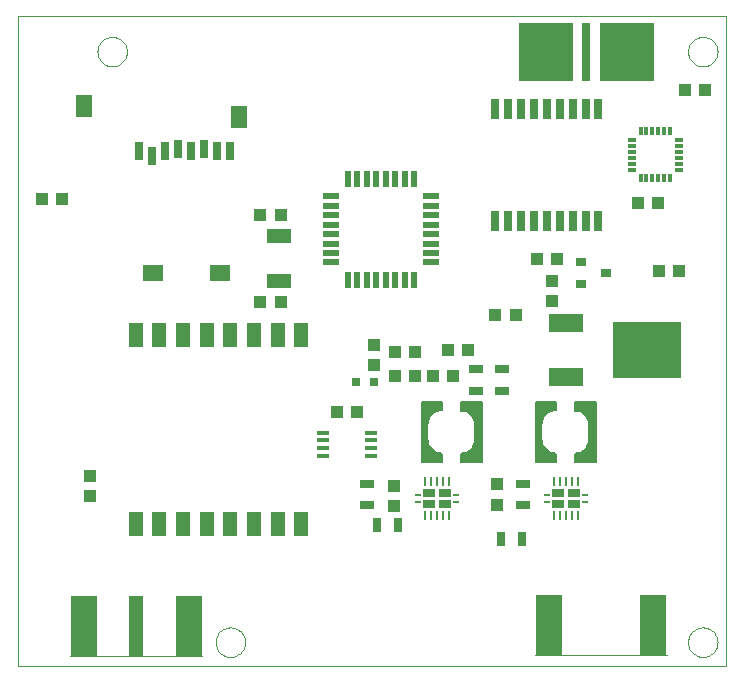
<source format=gbp>
G75*
%MOIN*%
%OFA0B0*%
%FSLAX24Y24*%
%IPPOS*%
%LPD*%
%AMOC8*
5,1,8,0,0,1.08239X$1,22.5*
%
%ADD10C,0.0000*%
%ADD11R,0.0315X0.0709*%
%ADD12R,0.0276X0.0709*%
%ADD13R,0.0580X0.0200*%
%ADD14R,0.0200X0.0580*%
%ADD15R,0.0433X0.0394*%
%ADD16R,0.0354X0.0315*%
%ADD17R,0.0394X0.0433*%
%ADD18R,0.0315X0.0315*%
%ADD19C,0.0091*%
%ADD20R,0.0226X0.0098*%
%ADD21R,0.0404X0.0256*%
%ADD22R,0.0091X0.0270*%
%ADD23R,0.0472X0.0315*%
%ADD24R,0.0315X0.0472*%
%ADD25R,0.0512X0.0787*%
%ADD26R,0.0450X0.2000*%
%ADD27R,0.0900X0.2000*%
%ADD28R,0.0394X0.0177*%
%ADD29R,0.0709X0.0551*%
%ADD30R,0.0551X0.0748*%
%ADD31R,0.0315X0.0591*%
%ADD32R,0.0787X0.0512*%
%ADD33C,0.0050*%
%ADD34R,0.0250X0.0500*%
%ADD35R,0.0315X0.1969*%
%ADD36R,0.1831X0.1969*%
%ADD37R,0.0315X0.0118*%
%ADD38R,0.0118X0.0315*%
%ADD39R,0.1181X0.0630*%
%ADD40R,0.2250X0.1900*%
D10*
X000180Y000185D02*
X000180Y021839D01*
X023802Y021839D01*
X023802Y000185D01*
X000180Y000185D01*
X001937Y000500D02*
X006337Y000500D01*
X006775Y000972D02*
X006777Y001016D01*
X006783Y001060D01*
X006793Y001103D01*
X006806Y001145D01*
X006824Y001185D01*
X006845Y001224D01*
X006869Y001261D01*
X006896Y001296D01*
X006927Y001328D01*
X006960Y001357D01*
X006996Y001383D01*
X007034Y001405D01*
X007074Y001424D01*
X007115Y001440D01*
X007158Y001452D01*
X007201Y001460D01*
X007245Y001464D01*
X007289Y001464D01*
X007333Y001460D01*
X007376Y001452D01*
X007419Y001440D01*
X007460Y001424D01*
X007500Y001405D01*
X007538Y001383D01*
X007574Y001357D01*
X007607Y001328D01*
X007638Y001296D01*
X007665Y001261D01*
X007689Y001224D01*
X007710Y001185D01*
X007728Y001145D01*
X007741Y001103D01*
X007751Y001060D01*
X007757Y001016D01*
X007759Y000972D01*
X007757Y000928D01*
X007751Y000884D01*
X007741Y000841D01*
X007728Y000799D01*
X007710Y000759D01*
X007689Y000720D01*
X007665Y000683D01*
X007638Y000648D01*
X007607Y000616D01*
X007574Y000587D01*
X007538Y000561D01*
X007500Y000539D01*
X007460Y000520D01*
X007419Y000504D01*
X007376Y000492D01*
X007333Y000484D01*
X007289Y000480D01*
X007245Y000480D01*
X007201Y000484D01*
X007158Y000492D01*
X007115Y000504D01*
X007074Y000520D01*
X007034Y000539D01*
X006996Y000561D01*
X006960Y000587D01*
X006927Y000616D01*
X006896Y000648D01*
X006869Y000683D01*
X006845Y000720D01*
X006824Y000759D01*
X006806Y000799D01*
X006793Y000841D01*
X006783Y000884D01*
X006777Y000928D01*
X006775Y000972D01*
X017429Y000539D02*
X021829Y000539D01*
X022523Y000972D02*
X022525Y001016D01*
X022531Y001060D01*
X022541Y001103D01*
X022554Y001145D01*
X022572Y001185D01*
X022593Y001224D01*
X022617Y001261D01*
X022644Y001296D01*
X022675Y001328D01*
X022708Y001357D01*
X022744Y001383D01*
X022782Y001405D01*
X022822Y001424D01*
X022863Y001440D01*
X022906Y001452D01*
X022949Y001460D01*
X022993Y001464D01*
X023037Y001464D01*
X023081Y001460D01*
X023124Y001452D01*
X023167Y001440D01*
X023208Y001424D01*
X023248Y001405D01*
X023286Y001383D01*
X023322Y001357D01*
X023355Y001328D01*
X023386Y001296D01*
X023413Y001261D01*
X023437Y001224D01*
X023458Y001185D01*
X023476Y001145D01*
X023489Y001103D01*
X023499Y001060D01*
X023505Y001016D01*
X023507Y000972D01*
X023505Y000928D01*
X023499Y000884D01*
X023489Y000841D01*
X023476Y000799D01*
X023458Y000759D01*
X023437Y000720D01*
X023413Y000683D01*
X023386Y000648D01*
X023355Y000616D01*
X023322Y000587D01*
X023286Y000561D01*
X023248Y000539D01*
X023208Y000520D01*
X023167Y000504D01*
X023124Y000492D01*
X023081Y000484D01*
X023037Y000480D01*
X022993Y000480D01*
X022949Y000484D01*
X022906Y000492D01*
X022863Y000504D01*
X022822Y000520D01*
X022782Y000539D01*
X022744Y000561D01*
X022708Y000587D01*
X022675Y000616D01*
X022644Y000648D01*
X022617Y000683D01*
X022593Y000720D01*
X022572Y000759D01*
X022554Y000799D01*
X022541Y000841D01*
X022531Y000884D01*
X022525Y000928D01*
X022523Y000972D01*
X022523Y020657D02*
X022525Y020701D01*
X022531Y020745D01*
X022541Y020788D01*
X022554Y020830D01*
X022572Y020870D01*
X022593Y020909D01*
X022617Y020946D01*
X022644Y020981D01*
X022675Y021013D01*
X022708Y021042D01*
X022744Y021068D01*
X022782Y021090D01*
X022822Y021109D01*
X022863Y021125D01*
X022906Y021137D01*
X022949Y021145D01*
X022993Y021149D01*
X023037Y021149D01*
X023081Y021145D01*
X023124Y021137D01*
X023167Y021125D01*
X023208Y021109D01*
X023248Y021090D01*
X023286Y021068D01*
X023322Y021042D01*
X023355Y021013D01*
X023386Y020981D01*
X023413Y020946D01*
X023437Y020909D01*
X023458Y020870D01*
X023476Y020830D01*
X023489Y020788D01*
X023499Y020745D01*
X023505Y020701D01*
X023507Y020657D01*
X023505Y020613D01*
X023499Y020569D01*
X023489Y020526D01*
X023476Y020484D01*
X023458Y020444D01*
X023437Y020405D01*
X023413Y020368D01*
X023386Y020333D01*
X023355Y020301D01*
X023322Y020272D01*
X023286Y020246D01*
X023248Y020224D01*
X023208Y020205D01*
X023167Y020189D01*
X023124Y020177D01*
X023081Y020169D01*
X023037Y020165D01*
X022993Y020165D01*
X022949Y020169D01*
X022906Y020177D01*
X022863Y020189D01*
X022822Y020205D01*
X022782Y020224D01*
X022744Y020246D01*
X022708Y020272D01*
X022675Y020301D01*
X022644Y020333D01*
X022617Y020368D01*
X022593Y020405D01*
X022572Y020444D01*
X022554Y020484D01*
X022541Y020526D01*
X022531Y020569D01*
X022525Y020613D01*
X022523Y020657D01*
X002838Y020657D02*
X002840Y020701D01*
X002846Y020745D01*
X002856Y020788D01*
X002869Y020830D01*
X002887Y020870D01*
X002908Y020909D01*
X002932Y020946D01*
X002959Y020981D01*
X002990Y021013D01*
X003023Y021042D01*
X003059Y021068D01*
X003097Y021090D01*
X003137Y021109D01*
X003178Y021125D01*
X003221Y021137D01*
X003264Y021145D01*
X003308Y021149D01*
X003352Y021149D01*
X003396Y021145D01*
X003439Y021137D01*
X003482Y021125D01*
X003523Y021109D01*
X003563Y021090D01*
X003601Y021068D01*
X003637Y021042D01*
X003670Y021013D01*
X003701Y020981D01*
X003728Y020946D01*
X003752Y020909D01*
X003773Y020870D01*
X003791Y020830D01*
X003804Y020788D01*
X003814Y020745D01*
X003820Y020701D01*
X003822Y020657D01*
X003820Y020613D01*
X003814Y020569D01*
X003804Y020526D01*
X003791Y020484D01*
X003773Y020444D01*
X003752Y020405D01*
X003728Y020368D01*
X003701Y020333D01*
X003670Y020301D01*
X003637Y020272D01*
X003601Y020246D01*
X003563Y020224D01*
X003523Y020205D01*
X003482Y020189D01*
X003439Y020177D01*
X003396Y020169D01*
X003352Y020165D01*
X003308Y020165D01*
X003264Y020169D01*
X003221Y020177D01*
X003178Y020189D01*
X003137Y020205D01*
X003097Y020224D01*
X003059Y020246D01*
X003023Y020272D01*
X002990Y020301D01*
X002959Y020333D01*
X002932Y020368D01*
X002908Y020405D01*
X002887Y020444D01*
X002869Y020484D01*
X002856Y020526D01*
X002846Y020569D01*
X002840Y020613D01*
X002838Y020657D01*
D11*
X016512Y018748D03*
X016945Y018748D03*
X017378Y018748D03*
X017811Y018748D03*
X018245Y018748D03*
X018678Y018748D03*
X019111Y018748D03*
X019111Y015008D03*
X018678Y015008D03*
X018245Y015008D03*
X017811Y015008D03*
X017378Y015008D03*
X016945Y015008D03*
X016512Y015008D03*
D12*
X016099Y015008D03*
X019524Y015008D03*
X019524Y018748D03*
X016099Y018748D03*
D13*
X013960Y015828D03*
X013960Y015518D03*
X013960Y015198D03*
X013960Y014888D03*
X013960Y014568D03*
X013960Y014258D03*
X013960Y013938D03*
X013960Y013628D03*
X010620Y013628D03*
X010620Y013938D03*
X010620Y014258D03*
X010620Y014568D03*
X010620Y014888D03*
X010620Y015198D03*
X010620Y015518D03*
X010620Y015828D03*
D14*
X011190Y016398D03*
X011500Y016398D03*
X011820Y016398D03*
X012130Y016398D03*
X012450Y016398D03*
X012760Y016398D03*
X013080Y016398D03*
X013390Y016398D03*
X013390Y013058D03*
X013080Y013058D03*
X012760Y013058D03*
X012450Y013058D03*
X012130Y013058D03*
X011820Y013058D03*
X011500Y013058D03*
X011190Y013058D03*
D15*
X008940Y012311D03*
X008271Y012311D03*
X008271Y015224D03*
X008940Y015224D03*
X012759Y010657D03*
X013428Y010657D03*
X013428Y009831D03*
X012759Y009831D03*
X014019Y009831D03*
X014688Y009831D03*
X014530Y010697D03*
X015200Y010697D03*
X016105Y011878D03*
X016774Y011878D03*
X017483Y013728D03*
X018152Y013728D03*
X020843Y015618D03*
X021513Y015618D03*
X021550Y013350D03*
X022219Y013350D03*
X022435Y019379D03*
X023104Y019379D03*
X011495Y008630D03*
X010826Y008630D03*
X001656Y015736D03*
X000987Y015736D03*
D16*
X018960Y013650D03*
X018960Y012902D03*
X019786Y013276D03*
D17*
X017975Y013020D03*
X017975Y012350D03*
X012070Y010874D03*
X012070Y010205D03*
X012719Y006189D03*
X012719Y005520D03*
X016145Y005559D03*
X016145Y006228D03*
X002582Y006504D03*
X002582Y005835D03*
D18*
X011460Y009634D03*
X012050Y009634D03*
D19*
X013759Y006219D03*
X013956Y006219D03*
X014152Y006219D03*
X014349Y006219D03*
X014546Y006219D03*
X014546Y005301D03*
X014349Y005301D03*
X014152Y005301D03*
X013956Y005301D03*
X013759Y005301D03*
X018058Y005301D03*
X018255Y005301D03*
X018452Y005301D03*
X018649Y005301D03*
X018845Y005301D03*
X018845Y006219D03*
X018649Y006219D03*
X018452Y006219D03*
X018255Y006219D03*
X018058Y006219D03*
D20*
X017817Y005868D03*
X017817Y005652D03*
X019086Y005652D03*
X019086Y005868D03*
X014787Y005868D03*
X014787Y005652D03*
X013518Y005652D03*
X013518Y005868D03*
D21*
X013892Y005947D03*
X013892Y005573D03*
X014413Y005573D03*
X014413Y005947D03*
X018191Y005947D03*
X018191Y005573D03*
X018712Y005573D03*
X018712Y005947D03*
D22*
X018649Y006353D03*
X018845Y006353D03*
X018452Y006353D03*
X018255Y006353D03*
X018058Y006353D03*
X018058Y005166D03*
X018255Y005166D03*
X018452Y005166D03*
X018649Y005166D03*
X018845Y005166D03*
X014546Y005166D03*
X014349Y005166D03*
X014152Y005166D03*
X013956Y005166D03*
X013759Y005166D03*
X013759Y006353D03*
X013956Y006353D03*
X014152Y006353D03*
X014349Y006353D03*
X014546Y006353D03*
D23*
X017030Y006248D03*
X017030Y005539D03*
X016322Y009358D03*
X016322Y010067D03*
X015456Y010067D03*
X015456Y009358D03*
X011834Y006248D03*
X011834Y005539D03*
D24*
X012149Y004870D03*
X012857Y004870D03*
X016282Y004417D03*
X016991Y004417D03*
D25*
X009629Y004909D03*
X008841Y004909D03*
X008054Y004909D03*
X007267Y004909D03*
X006479Y004909D03*
X005692Y004909D03*
X004904Y004909D03*
X004117Y004909D03*
X004117Y011209D03*
X004904Y011209D03*
X005692Y011209D03*
X006479Y011209D03*
X007267Y011209D03*
X008054Y011209D03*
X008841Y011209D03*
X009629Y011209D03*
D26*
X004137Y001510D03*
D27*
X005877Y001510D03*
X002397Y001510D03*
X017889Y001549D03*
X021369Y001549D03*
D28*
X011967Y007183D03*
X011967Y007439D03*
X011967Y007695D03*
X011967Y007951D03*
X010353Y007951D03*
X010353Y007695D03*
X010353Y007439D03*
X010353Y007183D03*
D29*
X006936Y013283D03*
X004692Y013283D03*
D30*
X007566Y018461D03*
X002389Y018854D03*
D31*
X004223Y017339D03*
X004656Y017181D03*
X005089Y017339D03*
X005523Y017417D03*
X005956Y017339D03*
X006389Y017417D03*
X006822Y017339D03*
X007255Y017339D03*
D32*
X008881Y014516D03*
X008881Y013020D03*
D33*
X013649Y008972D02*
X013649Y006972D01*
X014336Y006972D01*
X014336Y007254D01*
X014249Y007261D01*
X014165Y007284D01*
X014086Y007321D01*
X014015Y007371D01*
X013953Y007432D01*
X013903Y007504D01*
X013866Y007583D01*
X013844Y007667D01*
X013836Y007754D01*
X013836Y008222D01*
X013844Y008309D01*
X013866Y008393D01*
X013903Y008472D01*
X013953Y008544D01*
X014015Y008605D01*
X014086Y008655D01*
X014165Y008692D01*
X014249Y008715D01*
X014336Y008722D01*
X014336Y008972D01*
X013649Y008972D01*
X013649Y008958D02*
X014336Y008958D01*
X014336Y008909D02*
X013649Y008909D01*
X013649Y008861D02*
X014336Y008861D01*
X014336Y008812D02*
X013649Y008812D01*
X013649Y008764D02*
X014336Y008764D01*
X014254Y008715D02*
X013649Y008715D01*
X013649Y008667D02*
X014110Y008667D01*
X014033Y008618D02*
X013649Y008618D01*
X013649Y008570D02*
X013979Y008570D01*
X013937Y008521D02*
X013649Y008521D01*
X013649Y008473D02*
X013903Y008473D01*
X013881Y008424D02*
X013649Y008424D01*
X013649Y008376D02*
X013861Y008376D01*
X013848Y008327D02*
X013649Y008327D01*
X013649Y008279D02*
X013841Y008279D01*
X013837Y008230D02*
X013649Y008230D01*
X013649Y008182D02*
X013836Y008182D01*
X013836Y008133D02*
X013649Y008133D01*
X013649Y008085D02*
X013836Y008085D01*
X013836Y008036D02*
X013649Y008036D01*
X013649Y007988D02*
X013836Y007988D01*
X013836Y007939D02*
X013649Y007939D01*
X013649Y007891D02*
X013836Y007891D01*
X013836Y007842D02*
X013649Y007842D01*
X013649Y007794D02*
X013836Y007794D01*
X013837Y007745D02*
X013649Y007745D01*
X013649Y007697D02*
X013841Y007697D01*
X013849Y007648D02*
X013649Y007648D01*
X013649Y007600D02*
X013862Y007600D01*
X013881Y007551D02*
X013649Y007551D01*
X013649Y007503D02*
X013904Y007503D01*
X013938Y007454D02*
X013649Y007454D01*
X013649Y007406D02*
X013980Y007406D01*
X014034Y007357D02*
X013649Y007357D01*
X013649Y007309D02*
X014112Y007309D01*
X014261Y007260D02*
X013649Y007260D01*
X013649Y007212D02*
X014336Y007212D01*
X014336Y007163D02*
X013649Y007163D01*
X013649Y007115D02*
X014336Y007115D01*
X014336Y007066D02*
X013649Y007066D01*
X013649Y007018D02*
X014336Y007018D01*
X014961Y007018D02*
X015649Y007018D01*
X015649Y006972D02*
X014961Y006972D01*
X014961Y007254D01*
X015042Y007261D01*
X015121Y007282D01*
X015195Y007316D01*
X015262Y007363D01*
X015320Y007421D01*
X015367Y007488D01*
X015401Y007562D01*
X015423Y007641D01*
X015430Y007722D01*
X015430Y008222D01*
X015423Y008304D01*
X015401Y008383D01*
X015367Y008457D01*
X015320Y008524D01*
X015262Y008582D01*
X015195Y008628D01*
X015121Y008663D01*
X015042Y008684D01*
X014961Y008691D01*
X014961Y008972D01*
X015649Y008972D01*
X015649Y006972D01*
X015649Y007066D02*
X014961Y007066D01*
X014961Y007115D02*
X015649Y007115D01*
X015649Y007163D02*
X014961Y007163D01*
X014961Y007212D02*
X015649Y007212D01*
X015649Y007260D02*
X015036Y007260D01*
X015179Y007309D02*
X015649Y007309D01*
X015649Y007357D02*
X015254Y007357D01*
X015305Y007406D02*
X015649Y007406D01*
X015649Y007454D02*
X015343Y007454D01*
X015374Y007503D02*
X015649Y007503D01*
X015649Y007551D02*
X015396Y007551D01*
X015412Y007600D02*
X015649Y007600D01*
X015649Y007648D02*
X015423Y007648D01*
X015428Y007697D02*
X015649Y007697D01*
X015649Y007745D02*
X015430Y007745D01*
X015430Y007794D02*
X015649Y007794D01*
X015649Y007842D02*
X015430Y007842D01*
X015430Y007891D02*
X015649Y007891D01*
X015649Y007939D02*
X015430Y007939D01*
X015430Y007988D02*
X015649Y007988D01*
X015649Y008036D02*
X015430Y008036D01*
X015430Y008085D02*
X015649Y008085D01*
X015649Y008133D02*
X015430Y008133D01*
X015430Y008182D02*
X015649Y008182D01*
X015649Y008230D02*
X015429Y008230D01*
X015425Y008279D02*
X015649Y008279D01*
X015649Y008327D02*
X015416Y008327D01*
X015403Y008376D02*
X015649Y008376D01*
X015649Y008424D02*
X015382Y008424D01*
X015356Y008473D02*
X015649Y008473D01*
X015649Y008521D02*
X015322Y008521D01*
X015274Y008570D02*
X015649Y008570D01*
X015649Y008618D02*
X015210Y008618D01*
X015107Y008667D02*
X015649Y008667D01*
X015649Y008715D02*
X014961Y008715D01*
X014961Y008764D02*
X015649Y008764D01*
X015649Y008812D02*
X014961Y008812D01*
X014961Y008861D02*
X015649Y008861D01*
X015649Y008909D02*
X014961Y008909D01*
X014961Y008958D02*
X015649Y008958D01*
X017448Y008958D02*
X018135Y008958D01*
X018135Y008972D02*
X017448Y008972D01*
X017448Y006972D01*
X018135Y006972D01*
X018135Y007254D01*
X018048Y007261D01*
X017964Y007284D01*
X017885Y007321D01*
X017814Y007371D01*
X017752Y007432D01*
X017702Y007504D01*
X017665Y007583D01*
X017643Y007667D01*
X017635Y007754D01*
X017635Y008222D01*
X017643Y008309D01*
X017665Y008393D01*
X017702Y008472D01*
X017752Y008544D01*
X017814Y008605D01*
X017885Y008655D01*
X017964Y008692D01*
X018048Y008715D01*
X018135Y008722D01*
X018135Y008972D01*
X018135Y008909D02*
X017448Y008909D01*
X017448Y008861D02*
X018135Y008861D01*
X018135Y008812D02*
X017448Y008812D01*
X017448Y008764D02*
X018135Y008764D01*
X018053Y008715D02*
X017448Y008715D01*
X017448Y008667D02*
X017909Y008667D01*
X017832Y008618D02*
X017448Y008618D01*
X017448Y008570D02*
X017778Y008570D01*
X017736Y008521D02*
X017448Y008521D01*
X017448Y008473D02*
X017702Y008473D01*
X017680Y008424D02*
X017448Y008424D01*
X017448Y008376D02*
X017661Y008376D01*
X017648Y008327D02*
X017448Y008327D01*
X017448Y008279D02*
X017640Y008279D01*
X017636Y008230D02*
X017448Y008230D01*
X017448Y008182D02*
X017635Y008182D01*
X017635Y008133D02*
X017448Y008133D01*
X017448Y008085D02*
X017635Y008085D01*
X017635Y008036D02*
X017448Y008036D01*
X017448Y007988D02*
X017635Y007988D01*
X017635Y007939D02*
X017448Y007939D01*
X017448Y007891D02*
X017635Y007891D01*
X017635Y007842D02*
X017448Y007842D01*
X017448Y007794D02*
X017635Y007794D01*
X017636Y007745D02*
X017448Y007745D01*
X017448Y007697D02*
X017640Y007697D01*
X017648Y007648D02*
X017448Y007648D01*
X017448Y007600D02*
X017661Y007600D01*
X017680Y007551D02*
X017448Y007551D01*
X017448Y007503D02*
X017703Y007503D01*
X017737Y007454D02*
X017448Y007454D01*
X017448Y007406D02*
X017779Y007406D01*
X017833Y007357D02*
X017448Y007357D01*
X017448Y007309D02*
X017911Y007309D01*
X018060Y007260D02*
X017448Y007260D01*
X017448Y007212D02*
X018135Y007212D01*
X018135Y007163D02*
X017448Y007163D01*
X017448Y007115D02*
X018135Y007115D01*
X018135Y007066D02*
X017448Y007066D01*
X017448Y007018D02*
X018135Y007018D01*
X018760Y007018D02*
X019448Y007018D01*
X019448Y006972D02*
X018760Y006972D01*
X018760Y007254D01*
X018842Y007261D01*
X018921Y007282D01*
X018995Y007316D01*
X019062Y007363D01*
X019119Y007421D01*
X019166Y007488D01*
X019201Y007562D01*
X019222Y007641D01*
X019229Y007722D01*
X019229Y008222D01*
X019222Y008304D01*
X019201Y008383D01*
X019166Y008457D01*
X019119Y008524D01*
X019062Y008582D01*
X018995Y008628D01*
X018921Y008663D01*
X018842Y008684D01*
X018760Y008691D01*
X018760Y008972D01*
X019448Y008972D01*
X019448Y006972D01*
X019448Y007066D02*
X018760Y007066D01*
X018760Y007115D02*
X019448Y007115D01*
X019448Y007163D02*
X018760Y007163D01*
X018760Y007212D02*
X019448Y007212D01*
X019448Y007260D02*
X018835Y007260D01*
X018978Y007309D02*
X019448Y007309D01*
X019448Y007357D02*
X019053Y007357D01*
X019104Y007406D02*
X019448Y007406D01*
X019448Y007454D02*
X019142Y007454D01*
X019173Y007503D02*
X019448Y007503D01*
X019448Y007551D02*
X019196Y007551D01*
X019211Y007600D02*
X019448Y007600D01*
X019448Y007648D02*
X019222Y007648D01*
X019227Y007697D02*
X019448Y007697D01*
X019448Y007745D02*
X019229Y007745D01*
X019229Y007794D02*
X019448Y007794D01*
X019448Y007842D02*
X019229Y007842D01*
X019229Y007891D02*
X019448Y007891D01*
X019448Y007939D02*
X019229Y007939D01*
X019229Y007988D02*
X019448Y007988D01*
X019448Y008036D02*
X019229Y008036D01*
X019229Y008085D02*
X019448Y008085D01*
X019448Y008133D02*
X019229Y008133D01*
X019229Y008182D02*
X019448Y008182D01*
X019448Y008230D02*
X019228Y008230D01*
X019224Y008279D02*
X019448Y008279D01*
X019448Y008327D02*
X019216Y008327D01*
X019203Y008376D02*
X019448Y008376D01*
X019448Y008424D02*
X019181Y008424D01*
X019155Y008473D02*
X019448Y008473D01*
X019448Y008521D02*
X019121Y008521D01*
X019073Y008570D02*
X019448Y008570D01*
X019448Y008618D02*
X019009Y008618D01*
X018906Y008667D02*
X019448Y008667D01*
X019448Y008715D02*
X018760Y008715D01*
X018760Y008764D02*
X019448Y008764D01*
X019448Y008812D02*
X018760Y008812D01*
X018760Y008861D02*
X019448Y008861D01*
X019448Y008909D02*
X018760Y008909D01*
X018760Y008958D02*
X019448Y008958D01*
D34*
X019323Y008722D03*
X017573Y008722D03*
X015524Y008722D03*
X013774Y008722D03*
D35*
X019137Y020657D03*
D36*
X017788Y020657D03*
X020485Y020657D03*
D37*
X020646Y017708D03*
X020646Y017511D03*
X020646Y017314D03*
X020646Y017118D03*
X020646Y016921D03*
X020646Y016724D03*
X022221Y016724D03*
X022221Y016921D03*
X022221Y017118D03*
X022221Y017314D03*
X022221Y017511D03*
X022221Y017708D03*
D38*
X021925Y018003D03*
X021728Y018003D03*
X021532Y018003D03*
X021335Y018003D03*
X021138Y018003D03*
X020941Y018003D03*
X020941Y016429D03*
X021138Y016429D03*
X021335Y016429D03*
X021532Y016429D03*
X021728Y016429D03*
X021925Y016429D03*
D39*
X018444Y011594D03*
X018444Y009799D03*
D40*
X021160Y010697D03*
M02*

</source>
